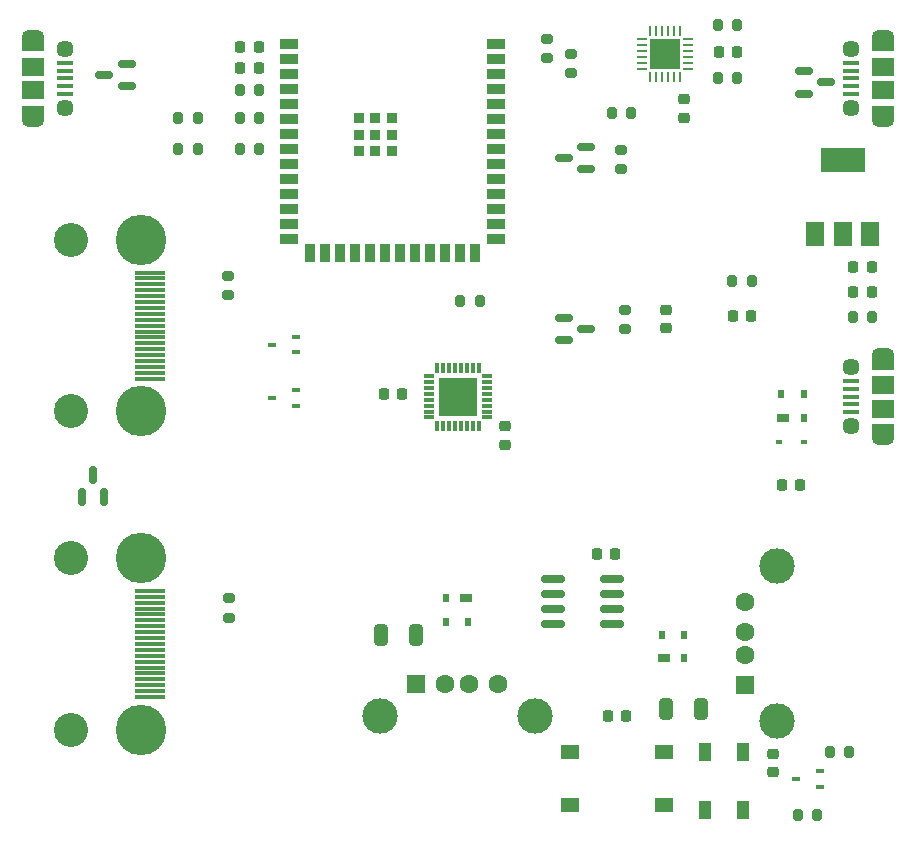
<source format=gts>
G04 #@! TF.GenerationSoftware,KiCad,Pcbnew,(6.0.8)*
G04 #@! TF.CreationDate,2022-10-29T11:40:11-07:00*
G04 #@! TF.ProjectId,EasyKVM,45617379-4b56-44d2-9e6b-696361645f70,rev?*
G04 #@! TF.SameCoordinates,Original*
G04 #@! TF.FileFunction,Soldermask,Top*
G04 #@! TF.FilePolarity,Negative*
%FSLAX46Y46*%
G04 Gerber Fmt 4.6, Leading zero omitted, Abs format (unit mm)*
G04 Created by KiCad (PCBNEW (6.0.8)) date 2022-10-29 11:40:11*
%MOMM*%
%LPD*%
G01*
G04 APERTURE LIST*
G04 Aperture macros list*
%AMRoundRect*
0 Rectangle with rounded corners*
0 $1 Rounding radius*
0 $2 $3 $4 $5 $6 $7 $8 $9 X,Y pos of 4 corners*
0 Add a 4 corners polygon primitive as box body*
4,1,4,$2,$3,$4,$5,$6,$7,$8,$9,$2,$3,0*
0 Add four circle primitives for the rounded corners*
1,1,$1+$1,$2,$3*
1,1,$1+$1,$4,$5*
1,1,$1+$1,$6,$7*
1,1,$1+$1,$8,$9*
0 Add four rect primitives between the rounded corners*
20,1,$1+$1,$2,$3,$4,$5,0*
20,1,$1+$1,$4,$5,$6,$7,0*
20,1,$1+$1,$6,$7,$8,$9,0*
20,1,$1+$1,$8,$9,$2,$3,0*%
G04 Aperture macros list end*
%ADD10RoundRect,0.200000X0.200000X0.275000X-0.200000X0.275000X-0.200000X-0.275000X0.200000X-0.275000X0*%
%ADD11RoundRect,0.200000X-0.275000X0.200000X-0.275000X-0.200000X0.275000X-0.200000X0.275000X0.200000X0*%
%ADD12RoundRect,0.225000X-0.225000X-0.250000X0.225000X-0.250000X0.225000X0.250000X-0.225000X0.250000X0*%
%ADD13R,2.600000X0.300000*%
%ADD14C,4.275000*%
%ADD15C,2.880000*%
%ADD16RoundRect,0.225000X0.225000X0.250000X-0.225000X0.250000X-0.225000X-0.250000X0.225000X-0.250000X0*%
%ADD17RoundRect,0.200000X-0.200000X-0.275000X0.200000X-0.275000X0.200000X0.275000X-0.200000X0.275000X0*%
%ADD18RoundRect,0.225000X-0.250000X0.225000X-0.250000X-0.225000X0.250000X-0.225000X0.250000X0.225000X0*%
%ADD19RoundRect,0.200000X0.275000X-0.200000X0.275000X0.200000X-0.275000X0.200000X-0.275000X-0.200000X0*%
%ADD20R,1.000000X0.700000*%
%ADD21R,0.600000X0.700000*%
%ADD22R,1.350000X0.400000*%
%ADD23R,1.900000X1.200000*%
%ADD24O,1.900000X1.200000*%
%ADD25R,1.900000X1.500000*%
%ADD26C,1.450000*%
%ADD27R,0.700000X0.450000*%
%ADD28R,1.600000X1.500000*%
%ADD29C,1.600000*%
%ADD30C,3.000000*%
%ADD31R,1.500000X1.600000*%
%ADD32RoundRect,0.225000X0.250000X-0.225000X0.250000X0.225000X-0.250000X0.225000X-0.250000X-0.225000X0*%
%ADD33RoundRect,0.150000X-0.587500X-0.150000X0.587500X-0.150000X0.587500X0.150000X-0.587500X0.150000X0*%
%ADD34R,0.600000X0.450000*%
%ADD35R,1.500000X2.000000*%
%ADD36R,3.800000X2.000000*%
%ADD37RoundRect,0.062500X0.062500X-0.350000X0.062500X0.350000X-0.062500X0.350000X-0.062500X-0.350000X0*%
%ADD38RoundRect,0.062500X0.350000X-0.062500X0.350000X0.062500X-0.350000X0.062500X-0.350000X-0.062500X0*%
%ADD39R,2.600000X2.600000*%
%ADD40RoundRect,0.150000X0.587500X0.150000X-0.587500X0.150000X-0.587500X-0.150000X0.587500X-0.150000X0*%
%ADD41R,0.850000X0.300000*%
%ADD42R,0.300000X0.850000*%
%ADD43R,3.200000X3.200000*%
%ADD44RoundRect,0.150000X0.150000X-0.587500X0.150000X0.587500X-0.150000X0.587500X-0.150000X-0.587500X0*%
%ADD45R,1.500000X0.900000*%
%ADD46R,0.900000X1.500000*%
%ADD47R,0.900000X0.900000*%
%ADD48R,1.550000X1.300000*%
%ADD49RoundRect,0.150000X-0.825000X-0.150000X0.825000X-0.150000X0.825000X0.150000X-0.825000X0.150000X0*%
%ADD50RoundRect,0.250000X0.325000X0.650000X-0.325000X0.650000X-0.325000X-0.650000X0.325000X-0.650000X0*%
%ADD51R,1.000000X1.500000*%
%ADD52RoundRect,0.250000X-0.325000X-0.650000X0.325000X-0.650000X0.325000X0.650000X-0.325000X0.650000X0*%
G04 APERTURE END LIST*
D10*
X166565000Y-123780000D03*
X164915000Y-123780000D03*
D11*
X145610000Y-123115000D03*
X145610000Y-124765000D03*
D12*
X158925000Y-138000000D03*
X160475000Y-138000000D03*
D13*
X105415000Y-128980000D03*
X105415000Y-128480000D03*
X105415000Y-127980000D03*
X105415000Y-127480000D03*
X105415000Y-126980000D03*
X105415000Y-126480000D03*
X105415000Y-125980000D03*
X105415000Y-125480000D03*
X105415000Y-124980000D03*
X105415000Y-124480000D03*
X105415000Y-123980000D03*
X105415000Y-123480000D03*
X105415000Y-122980000D03*
X105415000Y-122480000D03*
X105415000Y-121980000D03*
X105415000Y-121480000D03*
X105415000Y-120980000D03*
X105415000Y-120480000D03*
X105415000Y-119980000D03*
D14*
X104655000Y-117230000D03*
X104655000Y-131730000D03*
D15*
X98695000Y-117230000D03*
X98695000Y-131730000D03*
D10*
X164605000Y-160575000D03*
X162955000Y-160575000D03*
D16*
X145750000Y-157500000D03*
X144200000Y-157500000D03*
D17*
X144495000Y-106470000D03*
X146145000Y-106470000D03*
D18*
X135500000Y-133005000D03*
X135500000Y-134555000D03*
D12*
X143275000Y-143810000D03*
X144825000Y-143810000D03*
D19*
X112000000Y-121900000D03*
X112000000Y-120250000D03*
D20*
X159050000Y-132300000D03*
D21*
X160750000Y-132300000D03*
X160750000Y-130300000D03*
X158850000Y-130300000D03*
D10*
X109455000Y-109550000D03*
X107805000Y-109550000D03*
D22*
X164767500Y-131800000D03*
X164767500Y-131150000D03*
X164767500Y-130500000D03*
X164767500Y-129850000D03*
X164767500Y-129200000D03*
D23*
X167467500Y-133400000D03*
D24*
X167467500Y-134000000D03*
X167467500Y-127000000D03*
D25*
X167467500Y-129500000D03*
X167467500Y-131500000D03*
D26*
X164767500Y-133000000D03*
X164767500Y-128000000D03*
D23*
X167467500Y-127600000D03*
D13*
X105415000Y-155929500D03*
X105415000Y-155429500D03*
X105415000Y-154929500D03*
X105415000Y-154429500D03*
X105415000Y-153929500D03*
X105415000Y-153429500D03*
X105415000Y-152929500D03*
X105415000Y-152429500D03*
X105415000Y-151929500D03*
X105415000Y-151429500D03*
X105415000Y-150929500D03*
X105415000Y-150429500D03*
X105415000Y-149929500D03*
X105415000Y-149429500D03*
X105415000Y-148929500D03*
X105415000Y-148429500D03*
X105415000Y-147929500D03*
X105415000Y-147429500D03*
X105415000Y-146929500D03*
D14*
X104655000Y-144179500D03*
X104655000Y-158679500D03*
D15*
X98695000Y-144179500D03*
X98695000Y-158679500D03*
D17*
X107805000Y-106910000D03*
X109455000Y-106910000D03*
D22*
X98212500Y-102250000D03*
X98212500Y-102900000D03*
X98212500Y-103550000D03*
X98212500Y-104200000D03*
X98212500Y-104850000D03*
D25*
X95512500Y-102550000D03*
D23*
X95512500Y-106450000D03*
D24*
X95512500Y-100050000D03*
D26*
X98212500Y-101050000D03*
D24*
X95512500Y-107050000D03*
D25*
X95512500Y-104550000D03*
D23*
X95512500Y-100650000D03*
D26*
X98212500Y-106050000D03*
D27*
X117770000Y-131260000D03*
X117770000Y-129960000D03*
X115770000Y-130610000D03*
D28*
X127920000Y-154780000D03*
D29*
X130420000Y-154780000D03*
X132420000Y-154780000D03*
X134920000Y-154780000D03*
D30*
X124850000Y-157490000D03*
X137990000Y-157490000D03*
D31*
X155790000Y-154900000D03*
D29*
X155790000Y-152400000D03*
X155790000Y-150400000D03*
X155790000Y-147900000D03*
D30*
X158500000Y-144830000D03*
X158500000Y-157970000D03*
D12*
X153555000Y-101290000D03*
X155105000Y-101290000D03*
D32*
X149080000Y-124715000D03*
X149080000Y-123165000D03*
D19*
X139060000Y-101855000D03*
X139060000Y-100205000D03*
D16*
X114615000Y-100890000D03*
X113065000Y-100890000D03*
D10*
X155155000Y-103540000D03*
X153505000Y-103540000D03*
D17*
X113015000Y-106890000D03*
X114665000Y-106890000D03*
D20*
X148950000Y-152640000D03*
D21*
X150650000Y-152640000D03*
X150650000Y-150640000D03*
X148750000Y-150640000D03*
D33*
X140472500Y-123800000D03*
X140472500Y-125700000D03*
X142347500Y-124750000D03*
D17*
X160245000Y-165940000D03*
X161895000Y-165940000D03*
X131685000Y-122420000D03*
X133335000Y-122420000D03*
D34*
X158650000Y-134300000D03*
X160750000Y-134300000D03*
D35*
X161750000Y-116740000D03*
D36*
X164050000Y-110440000D03*
D35*
X164050000Y-116740000D03*
X166350000Y-116740000D03*
D32*
X158150000Y-162295000D03*
X158150000Y-160745000D03*
D27*
X162130000Y-163510000D03*
X162130000Y-162210000D03*
X160130000Y-162860000D03*
X117770000Y-126750000D03*
X117770000Y-125450000D03*
X115770000Y-126100000D03*
D19*
X112090000Y-149210000D03*
X112090000Y-147560000D03*
D22*
X164767500Y-104850000D03*
X164767500Y-104200000D03*
X164767500Y-103550000D03*
X164767500Y-102900000D03*
X164767500Y-102250000D03*
D24*
X167467500Y-100050000D03*
D25*
X167467500Y-104550000D03*
D26*
X164767500Y-106050000D03*
D24*
X167467500Y-107050000D03*
D26*
X164767500Y-101050000D03*
D23*
X167467500Y-100650000D03*
X167467500Y-106450000D03*
D25*
X167467500Y-102550000D03*
D17*
X113015000Y-109550000D03*
X114665000Y-109550000D03*
D12*
X125225000Y-130250000D03*
X126775000Y-130250000D03*
X164965000Y-121635000D03*
X166515000Y-121635000D03*
D19*
X141040000Y-103130000D03*
X141040000Y-101480000D03*
D37*
X147750000Y-103417500D03*
X148250000Y-103417500D03*
X148750000Y-103417500D03*
X149250000Y-103417500D03*
X149750000Y-103417500D03*
X150250000Y-103417500D03*
D38*
X150937500Y-102730000D03*
X150937500Y-102230000D03*
X150937500Y-101730000D03*
X150937500Y-101230000D03*
X150937500Y-100730000D03*
X150937500Y-100230000D03*
D37*
X150250000Y-99542500D03*
X149750000Y-99542500D03*
X149250000Y-99542500D03*
X148750000Y-99542500D03*
X148250000Y-99542500D03*
X147750000Y-99542500D03*
D38*
X147062500Y-100230000D03*
X147062500Y-100730000D03*
X147062500Y-101230000D03*
X147062500Y-101730000D03*
X147062500Y-102230000D03*
X147062500Y-102730000D03*
D39*
X149000000Y-101480000D03*
D40*
X103437500Y-104200000D03*
X103437500Y-102300000D03*
X101562500Y-103250000D03*
D41*
X133950000Y-132250000D03*
X133950000Y-131750000D03*
X133950000Y-131250000D03*
X133950000Y-130750000D03*
X133950000Y-130250000D03*
X133950000Y-129750000D03*
X133950000Y-129250000D03*
X133950000Y-128750000D03*
D42*
X133250000Y-128050000D03*
X132750000Y-128050000D03*
X132250000Y-128050000D03*
X131750000Y-128050000D03*
X131250000Y-128050000D03*
X130750000Y-128050000D03*
X130250000Y-128050000D03*
X129750000Y-128050000D03*
D41*
X129050000Y-128750000D03*
X129050000Y-129250000D03*
X129050000Y-129750000D03*
X129050000Y-130250000D03*
X129050000Y-130750000D03*
X129050000Y-131250000D03*
X129050000Y-131750000D03*
X129050000Y-132250000D03*
D42*
X129750000Y-132950000D03*
X130250000Y-132950000D03*
X130750000Y-132950000D03*
X131250000Y-132950000D03*
X131750000Y-132950000D03*
X132250000Y-132950000D03*
X132750000Y-132950000D03*
X133250000Y-132950000D03*
D43*
X131500000Y-130500000D03*
D44*
X99662500Y-138967500D03*
X101562500Y-138967500D03*
X100612500Y-137092500D03*
D17*
X154705000Y-120740000D03*
X156355000Y-120740000D03*
D45*
X117225000Y-100610000D03*
X117225000Y-101880000D03*
X117225000Y-103150000D03*
X117225000Y-104420000D03*
X117225000Y-105690000D03*
X117225000Y-106960000D03*
X117225000Y-108230000D03*
X117225000Y-109500000D03*
X117225000Y-110770000D03*
X117225000Y-112040000D03*
X117225000Y-113310000D03*
X117225000Y-114580000D03*
X117225000Y-115850000D03*
X117225000Y-117120000D03*
D46*
X118990000Y-118370000D03*
X120260000Y-118370000D03*
X121530000Y-118370000D03*
X122800000Y-118370000D03*
X124070000Y-118370000D03*
X125340000Y-118370000D03*
X126610000Y-118370000D03*
X127880000Y-118370000D03*
X129150000Y-118370000D03*
X130420000Y-118370000D03*
X131690000Y-118370000D03*
X132960000Y-118370000D03*
D45*
X134725000Y-117120000D03*
X134725000Y-115850000D03*
X134725000Y-114580000D03*
X134725000Y-113310000D03*
X134725000Y-112040000D03*
X134725000Y-110770000D03*
X134725000Y-109500000D03*
X134725000Y-108230000D03*
X134725000Y-106960000D03*
X134725000Y-105690000D03*
X134725000Y-104420000D03*
X134725000Y-103150000D03*
X134725000Y-101880000D03*
X134725000Y-100610000D03*
D47*
X124475000Y-108330000D03*
X124475000Y-106930000D03*
X125875000Y-109730000D03*
X124475000Y-109730000D03*
X123075000Y-108330000D03*
X123075000Y-106930000D03*
X125875000Y-108330000D03*
X123075000Y-109730000D03*
X125875000Y-106930000D03*
D48*
X141000000Y-165050000D03*
X148950000Y-165050000D03*
X148950000Y-160550000D03*
X141000000Y-160550000D03*
D16*
X114615000Y-102640000D03*
X113065000Y-102640000D03*
D33*
X160762500Y-102925000D03*
X160762500Y-104825000D03*
X162637500Y-103875000D03*
D17*
X113015000Y-104520000D03*
X114665000Y-104520000D03*
D10*
X155155000Y-99040000D03*
X153505000Y-99040000D03*
D49*
X139575000Y-145955000D03*
X139575000Y-147225000D03*
X139575000Y-148495000D03*
X139575000Y-149765000D03*
X144525000Y-149765000D03*
X144525000Y-148495000D03*
X144525000Y-147225000D03*
X144525000Y-145955000D03*
D40*
X142347500Y-111215000D03*
X142347500Y-109315000D03*
X140472500Y-110265000D03*
D50*
X127925000Y-150650000D03*
X124975000Y-150650000D03*
D11*
X145320000Y-109565000D03*
X145320000Y-111215000D03*
D51*
X152405000Y-165450000D03*
X155605000Y-165450000D03*
X155605000Y-160550000D03*
X152405000Y-160550000D03*
D16*
X156305000Y-123680000D03*
X154755000Y-123680000D03*
D20*
X132175000Y-147540000D03*
D21*
X130475000Y-147540000D03*
X130475000Y-149540000D03*
X132375000Y-149540000D03*
D12*
X164965000Y-119490000D03*
X166515000Y-119490000D03*
D18*
X150600000Y-105325000D03*
X150600000Y-106875000D03*
D52*
X149100000Y-156970000D03*
X152050000Y-156970000D03*
M02*

</source>
